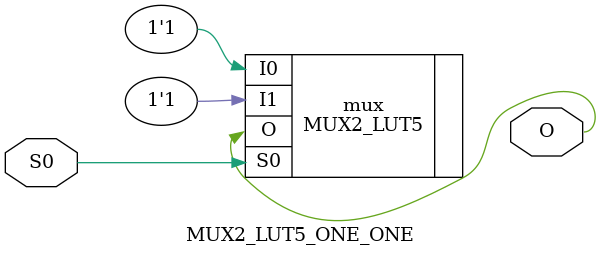
<source format=v>
`default_nettype none

// I0 == I1 == 0
module MUX2_LUT5_ZERO_ZERO(
	output wire O,
	input wire S0);

	MUX2_LUT5 mux(
		.I0(1'b0),
		.I1(1'b0),
		.O(O),
		.S0(S0));
endmodule

// I0 == 0 I1 == 1
module MUX2_LUT5_ZERO_ONE(
	output wire O,
	input wire S0);

	MUX2_LUT5 mux(
		.I0(1'b0),
		.I1(1'b1),
		.O(O),
		.S0(S0));
endmodule

// I0 == 1 I1 == 0
module MUX2_LUT5_ONE_ZERO(
	output wire O,
	input wire S0);

	MUX2_LUT5 mux(
		.I0(1'b1),
		.I1(1'b0),
		.O(O),
		.S0(S0));
endmodule

// I0 == I1 == 1
module MUX2_LUT5_ONE_ONE(
	output wire O,
	input wire S0);

	MUX2_LUT5 mux(
		.I0(1'b1),
		.I1(1'b1),
		.O(O),
		.S0(S0));
endmodule


</source>
